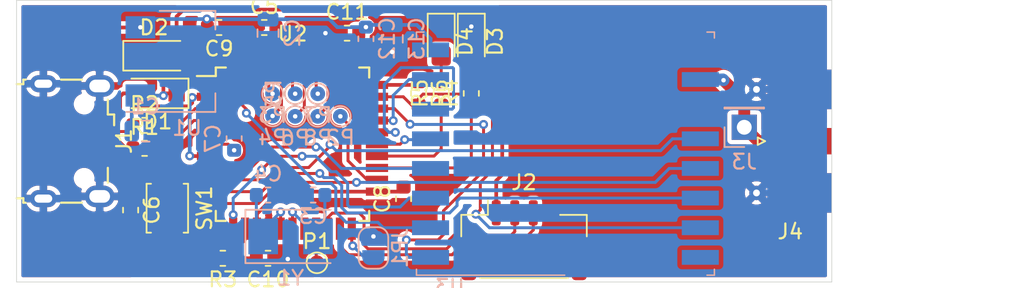
<source format=kicad_pcb>
(kicad_pcb (version 20171130) (host pcbnew "(5.1.5)-3")
  (layers (0 F.Cu signal) (31 B.Cu signal) (34 B.Paste user hide) (35 F.Paste user hide) (36 B.SilkS user hide) (37 F.SilkS user hide) (38 B.Mask user hide) (39 F.Mask user hide) (44 Edge.Cuts user))
  (net 0 "")
  (net 1 VBUS)
  (net 2 GND)
  (net 3 +3V3)
  (net 4 "Net-(C3-Pad2)")
  (net 5 "Net-(C4-Pad2)")
  (net 6 "Net-(C5-Pad2)")
  (net 7 /~RST)
  (net 8 "Net-(C7-Pad2)")
  (net 9 +5V)
  (net 10 "Net-(D3-Pad2)")
  (net 11 /USB_D+)
  (net 12 /USB_D-)
  (net 13 /UART1_TX)
  (net 14 /UART1_RX)
  (net 15 /SLAVE)
  (net 16 "Net-(P1-Pad1)")
  (net 17 "Net-(P2-Pad1)")
  (net 18 "Net-(P3-Pad1)")
  (net 19 "Net-(P4-Pad1)")
  (net 20 "Net-(P5-Pad1)")
  (net 21 "Net-(P6-Pad1)")
  (net 22 "Net-(P7-Pad1)")
  (net 23 "Net-(P8-Pad1)")
  (net 24 /D+)
  (net 25 /D-)
  (net 26 /SS)
  (net 27 /LED_RED)
  (net 28 /LED_GREEN)
  (net 29 /~RFM_RST)
  (net 30 /MISO)
  (net 31 /MOSI)
  (net 32 /SCK)
  (net 33 /ANT)
  (net 34 /DIO3)
  (net 35 /DIO4)
  (net 36 /DIO5)
  (net 37 /DIO2)
  (net 38 /DIO1)
  (net 39 "Net-(D4-Pad2)")
  (net 40 /Vsup)
  (net 41 /DIO0)
  (module TestPoint:TestPoint_Pad_D1.0mm (layer B.Cu) (at 96.32 50.824)
    (fp_text reference P8 (at 0 1.448) (layer B.SilkS) (effects (justify mirror)))
    (fp_text value ICT-Point)
    (pad 1 smd circle (at 0 0) (size 1 1) (layers B.Cu B.Mask) (net 23 "Net-(P8-Pad1)"))
  )
  (module TestPoint:TestPoint_Pad_D1.0mm (layer B.Cu) (at 96.32 49.3)
    (fp_text reference P7 (at 0 1.448) (layer B.SilkS) (effects (justify mirror)))
    (fp_text value ICT-Point)
    (pad 1 smd circle (at 0 0) (size 1 1) (layers B.Cu B.Mask) (net 22 "Net-(P7-Pad1)"))
  )
  (module TestPoint:TestPoint_Pad_D1.0mm (layer B.Cu) (at 94.796 50.824)
    (fp_text reference P6 (at 0 1.448) (layer B.SilkS) (effects (justify mirror)))
    (fp_text value ICT-Point)
    (pad 1 smd circle (at 0 0) (size 1 1) (layers B.Cu B.Mask) (net 21 "Net-(P6-Pad1)"))
  )
  (module TestPoint:TestPoint_Pad_D1.0mm (layer B.Cu) (at 94.796 49.3 270)
    (fp_text reference P5 (at 0 1.448 90) (layer B.SilkS) (effects (justify mirror)))
    (fp_text value ICT-Point)
    (pad 1 smd circle (at 0 0 270) (size 1 1) (layers B.Cu B.Mask) (net 20 "Net-(P5-Pad1)"))
  )
  (module TestPoint:TestPoint_Pad_D1.0mm (layer B.Cu) (at 93.272 50.8)
    (fp_text reference P4 (at 0 1.448) (layer B.SilkS) (effects (justify mirror)))
    (fp_text value ICT-Point)
    (pad 1 smd circle (at 0 0) (size 1 1) (layers B.Cu B.Mask) (net 19 "Net-(P4-Pad1)"))
  )
  (module TestPoint:TestPoint_Pad_D1.0mm (layer B.Cu) (at 93.272 49.3)
    (fp_text reference P3 (at 0 1.448) (layer B.SilkS) (effects (justify mirror)))
    (fp_text value ICT-Point)
    (pad 1 smd circle (at 0 0) (size 1 1) (layers B.Cu B.Mask) (net 18 "Net-(P3-Pad1)"))
  )
  (module TestPoint:TestPoint_Pad_D1.0mm (layer B.Cu) (at 97.844 50.824)
    (fp_text reference P2 (at 0 1.448) (layer B.SilkS) (effects (justify mirror)))
    (fp_text value ICT-Point)
    (pad 1 smd circle (at 0 0) (size 1 1) (layers B.Cu B.Mask) (net 17 "Net-(P2-Pad1)"))
  )
  (module TestPoint:TestPoint_Pad_D1.0mm (layer F.Cu) (at 96.266 60.706)
    (fp_text reference P1 (at 0 -1.448) (layer F.SilkS))
    (fp_text value ICT-Point)
    (pad 1 smd circle (at 0 0) (size 1 1) (layers F.Cu F.Mask) (net 16 "Net-(P1-Pad1)"))
  )
  (module Connector_USB:USB_Micro-B_Wuerth_629105150521 (layer F.Cu) (at 79.756 52.5 270)
    (fp_text reference J1 (at 0 -3.5 90) (layer F.SilkS))
    (fp_text value USB_A)
    (pad "" np_thru_hole oval (at 2.5 -0.8 270) (size 0.8 0.8) (drill 0.8) (layers *.Cu *.Mask))
    (pad "" np_thru_hole oval (at -2.5 -0.8 270) (size 0.8 0.8) (drill 0.8) (layers *.Cu *.Mask))
    (pad 6 thru_hole oval (at 3.875 1.95 270) (size 1.15 1.8) (drill oval 0.55 1.2) (layers *.Cu *.Mask) (net 2 GND))
    (pad 6 thru_hole oval (at -3.875 1.95 270) (size 1.15 1.8) (drill oval 0.55 1.2) (layers *.Cu *.Mask) (net 2 GND))
    (pad 6 thru_hole oval (at 3.725 -1.85 270) (size 1.45 2) (drill oval 0.85 1.4) (layers *.Cu *.Mask) (net 2 GND))
    (pad 6 thru_hole oval (at -3.725 -1.85 270) (size 1.45 2) (drill oval 0.85 1.4) (layers *.Cu *.Mask) (net 2 GND))
    (pad 5 smd rect (at 1.3 -1.9 270) (size 0.45 1.3) (layers F.Cu F.Paste F.Mask) (net 2 GND))
    (pad 4 smd rect (at 0.65 -1.9 270) (size 0.45 1.3) (layers F.Cu F.Paste F.Mask))
    (pad 3 smd rect (at 0 -1.9 270) (size 0.45 1.3) (layers F.Cu F.Paste F.Mask) (net 11 /USB_D+))
    (pad 2 smd rect (at -0.65 -1.9 270) (size 0.45 1.3) (layers F.Cu F.Paste F.Mask) (net 12 /USB_D-))
    (pad 1 smd rect (at -1.3 -1.9 270) (size 0.45 1.3) (layers F.Cu F.Paste F.Mask) (net 1 VBUS))
  )
  (module Connector_JST:JST_GH_SM04B-GHS-TB_1x04-1MP_P1.25mm_Horizontal (layer F.Cu) (at 110.236 59.182)
    (fp_text reference J2 (at 0 -3.9) (layer F.SilkS))
    (fp_text value USART)
    (pad MP smd roundrect (at 3.725 1.35) (size 1 2.7) (layers F.Cu F.Paste F.Mask) (net 2 GND))
    (pad MP smd roundrect (at -3.725 1.35) (size 1 2.7) (layers F.Cu F.Paste F.Mask) (net 2 GND))
    (pad 4 smd roundrect (at 1.875 -1.85) (size 0.6 1.7) (layers F.Cu F.Paste F.Mask) (net 2 GND))
    (pad 3 smd roundrect (at 0.625 -1.85) (size 0.6 1.7) (layers F.Cu F.Paste F.Mask) (net 13 /UART1_TX))
    (pad 2 smd roundrect (at -0.625 -1.85) (size 0.6 1.7) (layers F.Cu F.Paste F.Mask) (net 14 /UART1_RX))
    (pad 1 smd roundrect (at -1.875 -1.85) (size 0.6 1.7) (layers F.Cu F.Paste F.Mask) (net 9 +5V))
  )
  (module Crystal:Crystal_SMD_5032-2Pin_5.0x3.2mm (layer B.Cu) (at 94.488 58.928)
    (fp_text reference Y1 (at 0 2.8) (layer B.SilkS) (effects (justify mirror)))
    (fp_text value 8MHz)
    (pad 2 smd rect (at 1.85 0) (size 2 2.4) (layers B.Cu B.Paste B.Mask) (net 4 "Net-(C3-Pad2)"))
    (pad 1 smd rect (at -1.85 0) (size 2 2.4) (layers B.Cu B.Paste B.Mask) (net 5 "Net-(C4-Pad2)"))
  )
  (module Diode_SMD:D_SOD-123F (layer F.Cu) (at 85.398 49.276 180)
    (fp_text reference D1 (at -0.127 -1.905) (layer F.SilkS))
    (fp_text value SOT123)
    (pad 2 smd rect (at 1.4 0 180) (size 1.1 1.1) (layers F.Cu F.Paste F.Mask) (net 1 VBUS))
    (pad 1 smd rect (at -1.4 0 180) (size 1.1 1.1) (layers F.Cu F.Paste F.Mask) (net 40 /Vsup))
  )
  (module Capacitor_SMD:C_0603_1608Metric (layer F.Cu) (at 98.298 45.212)
    (fp_text reference C11 (at 0 -1.43) (layer F.SilkS))
    (fp_text value 100n)
    (pad 2 smd roundrect (at 0.7875 0) (size 0.875 0.95) (layers F.Cu F.Paste F.Mask) (net 3 +3V3))
    (pad 1 smd roundrect (at -0.7875 0) (size 0.875 0.95) (layers F.Cu F.Paste F.Mask) (net 2 GND))
  )
  (module Capacitor_SMD:C_0603_1608Metric (layer F.Cu) (at 102.108 56.388 90)
    (fp_text reference C8 (at 0 -1.43 90) (layer F.SilkS))
    (fp_text value 100n)
    (pad 2 smd roundrect (at 0.7875 0 90) (size 0.875 0.95) (layers F.Cu F.Paste F.Mask) (net 3 +3V3))
    (pad 1 smd roundrect (at -0.7875 0 90) (size 0.875 0.95) (layers F.Cu F.Paste F.Mask) (net 2 GND))
  )
  (module Capacitor_SMD:C_0805_2012Metric (layer B.Cu) (at 101.346 45.593 90)
    (fp_text reference C13 (at 0 1.65 90) (layer B.SilkS) (effects (justify mirror)))
    (fp_text value 1u)
    (pad 2 smd roundrect (at 0.9375 0 90) (size 0.975 1.4) (layers B.Cu B.Paste B.Mask) (net 3 +3V3))
    (pad 1 smd roundrect (at -0.9375 0 90) (size 0.975 1.4) (layers B.Cu B.Paste B.Mask) (net 2 GND))
  )
  (module Jumper:SolderJumper-2_P1.3mm_Open_RoundedPad1.0x1.5mm (layer B.Cu) (at 100.076 59.705 90)
    (fp_text reference JP1 (at 0 1.8 90) (layer B.SilkS) (effects (justify mirror)))
    (fp_text value Slave)
    (pad 2 smd custom (at 0.65 0 90) (size 1 0.5) (layers B.Cu B.Mask) (net 2 GND) (options (clearance outline) (anchor rect)) (primitives (gr_circle (center 0 -0.25) (end 0.5 -0.25) (width 0)) (gr_circle (center 0 0.25) (end 0.5 0.25) (width 0)) (gr_poly (pts (xy 0 0.75) (xy -0.5 0.75) (xy -0.5 -0.75) (xy 0 -0.75)) (width 0))))
    (pad 1 smd custom (at -0.65 0 90) (size 1 0.5) (layers B.Cu B.Mask) (net 15 /SLAVE) (options (clearance outline) (anchor rect)) (primitives (gr_circle (center 0 -0.25) (end 0.5 -0.25) (width 0)) (gr_circle (center 0 0.25) (end 0.5 0.25) (width 0)) (gr_poly (pts (xy 0 0.75) (xy 0.5 0.75) (xy 0.5 -0.75) (xy 0 -0.75)) (width 0))))
  )
  (module RF_Module:HOPERF_RFM69HW (layer B.Cu) (at 113.03 53.34)
    (fp_text reference U3 (at -7.8 9) (layer B.SilkS) (effects (justify mirror)))
    (fp_text value RFM69HW)
    (pad 1 smd rect (at -9.1 7) (size 2.5 1) (layers B.Cu B.Paste B.Mask) (net 29 /~RFM_RST))
    (pad 2 smd rect (at -9.1 5) (size 2.5 1) (layers B.Cu B.Paste B.Mask) (net 41 /DIO0))
    (pad 3 smd rect (at -9.1 3) (size 2.5 1) (layers B.Cu B.Paste B.Mask) (net 38 /DIO1))
    (pad 4 smd rect (at -9.1 1) (size 2.5 1) (layers B.Cu B.Paste B.Mask) (net 37 /DIO2))
    (pad 5 smd rect (at -9.1 -1) (size 2.5 1) (layers B.Cu B.Paste B.Mask) (net 34 /DIO3))
    (pad 6 smd rect (at -9.1 -3) (size 2.5 1) (layers B.Cu B.Paste B.Mask) (net 35 /DIO4))
    (pad 7 smd rect (at -9.1 -5) (size 2.5 1) (layers B.Cu B.Paste B.Mask) (net 36 /DIO5))
    (pad 8 smd rect (at -9.1 -7) (size 2.5 1) (layers B.Cu B.Paste B.Mask) (net 3 +3V3))
    (pad 9 smd rect (at 9.1 -7) (size 2.5 1) (layers B.Cu B.Paste B.Mask) (net 2 GND))
    (pad 10 smd rect (at 9.1 -5) (size 2.5 1) (layers B.Cu B.Paste B.Mask) (net 33 /ANT))
    (pad 11 smd rect (at 9.1 -3) (size 2.5 1) (layers B.Cu B.Paste B.Mask) (net 2 GND))
    (pad 12 smd rect (at 9.1 -1) (size 2.5 1) (layers B.Cu B.Paste B.Mask) (net 32 /SCK))
    (pad 13 smd rect (at 9.1 1) (size 2.5 1) (layers B.Cu B.Paste B.Mask) (net 30 /MISO))
    (pad 14 smd rect (at 9.1 3) (size 2.5 1) (layers B.Cu B.Paste B.Mask) (net 31 /MOSI))
    (pad 15 smd rect (at 9.1 5) (size 2.5 1) (layers B.Cu B.Paste B.Mask) (net 26 /SS))
    (pad 16 smd rect (at 9.1 7) (size 2.5 1) (layers B.Cu B.Paste B.Mask))
  )
  (module Package_QFP:TQFP-44_10x10mm_P0.8mm (layer F.Cu) (at 94.615 52.705)
    (fp_text reference U2 (at 0 -7.45) (layer F.SilkS))
    (fp_text value ATmega32U4-AU)
    (pad 44 smd rect (at -4 -5.7 90) (size 1.5 0.55) (layers F.Cu F.Paste F.Mask) (net 3 +3V3))
    (pad 43 smd rect (at -3.2 -5.7 90) (size 1.5 0.55) (layers F.Cu F.Paste F.Mask) (net 2 GND))
    (pad 42 smd rect (at -2.4 -5.7 90) (size 1.5 0.55) (layers F.Cu F.Paste F.Mask) (net 6 "Net-(C5-Pad2)"))
    (pad 41 smd rect (at -1.6 -5.7 90) (size 1.5 0.55) (layers F.Cu F.Paste F.Mask) (net 18 "Net-(P3-Pad1)"))
    (pad 40 smd rect (at -0.8 -5.7 90) (size 1.5 0.55) (layers F.Cu F.Paste F.Mask) (net 19 "Net-(P4-Pad1)"))
    (pad 39 smd rect (at 0 -5.7 90) (size 1.5 0.55) (layers F.Cu F.Paste F.Mask) (net 20 "Net-(P5-Pad1)"))
    (pad 38 smd rect (at 0.8 -5.7 90) (size 1.5 0.55) (layers F.Cu F.Paste F.Mask) (net 21 "Net-(P6-Pad1)"))
    (pad 37 smd rect (at 1.6 -5.7 90) (size 1.5 0.55) (layers F.Cu F.Paste F.Mask) (net 22 "Net-(P7-Pad1)"))
    (pad 36 smd rect (at 2.4 -5.7 90) (size 1.5 0.55) (layers F.Cu F.Paste F.Mask) (net 23 "Net-(P8-Pad1)"))
    (pad 35 smd rect (at 3.2 -5.7 90) (size 1.5 0.55) (layers F.Cu F.Paste F.Mask) (net 2 GND))
    (pad 34 smd rect (at 4 -5.7 90) (size 1.5 0.55) (layers F.Cu F.Paste F.Mask) (net 3 +3V3))
    (pad 33 smd rect (at 5.7 -4) (size 1.5 0.55) (layers F.Cu F.Paste F.Mask) (net 3 +3V3))
    (pad 32 smd rect (at 5.7 -3.2) (size 1.5 0.55) (layers F.Cu F.Paste F.Mask) (net 26 /SS))
    (pad 31 smd rect (at 5.7 -2.4) (size 1.5 0.55) (layers F.Cu F.Paste F.Mask) (net 29 /~RFM_RST))
    (pad 30 smd rect (at 5.7 -1.6) (size 1.5 0.55) (layers F.Cu F.Paste F.Mask) (net 36 /DIO5))
    (pad 29 smd rect (at 5.7 -0.8) (size 1.5 0.55) (layers F.Cu F.Paste F.Mask) (net 35 /DIO4))
    (pad 28 smd rect (at 5.7 0) (size 1.5 0.55) (layers F.Cu F.Paste F.Mask) (net 34 /DIO3))
    (pad 27 smd rect (at 5.7 0.8) (size 1.5 0.55) (layers F.Cu F.Paste F.Mask) (net 28 /LED_GREEN))
    (pad 26 smd rect (at 5.7 1.6) (size 1.5 0.55) (layers F.Cu F.Paste F.Mask) (net 27 /LED_RED))
    (pad 25 smd rect (at 5.7 2.4) (size 1.5 0.55) (layers F.Cu F.Paste F.Mask) (net 17 "Net-(P2-Pad1)"))
    (pad 24 smd rect (at 5.7 3.2) (size 1.5 0.55) (layers F.Cu F.Paste F.Mask) (net 3 +3V3))
    (pad 23 smd rect (at 5.7 4) (size 1.5 0.55) (layers F.Cu F.Paste F.Mask) (net 2 GND))
    (pad 22 smd rect (at 4 5.7 90) (size 1.5 0.55) (layers F.Cu F.Paste F.Mask) (net 15 /SLAVE))
    (pad 21 smd rect (at 3.2 5.7 90) (size 1.5 0.55) (layers F.Cu F.Paste F.Mask) (net 13 /UART1_TX))
    (pad 20 smd rect (at 2.4 5.7 90) (size 1.5 0.55) (layers F.Cu F.Paste F.Mask) (net 14 /UART1_RX))
    (pad 19 smd rect (at 1.6 5.7 90) (size 1.5 0.55) (layers F.Cu F.Paste F.Mask) (net 16 "Net-(P1-Pad1)"))
    (pad 18 smd rect (at 0.8 5.7 90) (size 1.5 0.55) (layers F.Cu F.Paste F.Mask))
    (pad 17 smd rect (at 0 5.7 90) (size 1.5 0.55) (layers F.Cu F.Paste F.Mask) (net 4 "Net-(C3-Pad2)"))
    (pad 16 smd rect (at -0.8 5.7 90) (size 1.5 0.55) (layers F.Cu F.Paste F.Mask) (net 5 "Net-(C4-Pad2)"))
    (pad 15 smd rect (at -1.6 5.7 90) (size 1.5 0.55) (layers F.Cu F.Paste F.Mask) (net 2 GND))
    (pad 14 smd rect (at -2.4 5.7 90) (size 1.5 0.55) (layers F.Cu F.Paste F.Mask) (net 3 +3V3))
    (pad 13 smd rect (at -3.2 5.7 90) (size 1.5 0.55) (layers F.Cu F.Paste F.Mask) (net 7 /~RST))
    (pad 12 smd rect (at -4 5.7 90) (size 1.5 0.55) (layers F.Cu F.Paste F.Mask) (net 38 /DIO1))
    (pad 11 smd rect (at -5.7 4) (size 1.5 0.55) (layers F.Cu F.Paste F.Mask) (net 30 /MISO))
    (pad 10 smd rect (at -5.7 3.2) (size 1.5 0.55) (layers F.Cu F.Paste F.Mask) (net 31 /MOSI))
    (pad 9 smd rect (at -5.7 2.4) (size 1.5 0.55) (layers F.Cu F.Paste F.Mask) (net 32 /SCK))
    (pad 8 smd rect (at -5.7 1.6) (size 1.5 0.55) (layers F.Cu F.Paste F.Mask) (net 37 /DIO2))
    (pad 7 smd rect (at -5.7 0.8) (size 1.5 0.55) (layers F.Cu F.Paste F.Mask) (net 1 VBUS))
    (pad 6 smd rect (at -5.7 0) (size 1.5 0.55) (layers F.Cu F.Paste F.Mask) (net 8 "Net-(C7-Pad2)"))
    (pad 5 smd rect (at -5.7 -0.8) (size 1.5 0.55) (layers F.Cu F.Paste F.Mask) (net 2 GND))
    (pad 4 smd rect (at -5.7 -1.6) (size 1.5 0.55) (layers F.Cu F.Paste F.Mask) (net 24 /D+))
    (pad 3 smd rect (at -5.7 -2.4) (size 1.5 0.55) (layers F.Cu F.Paste F.Mask) (net 25 /D-))
    (pad 2 smd rect (at -5.7 -3.2) (size 1.5 0.55) (layers F.Cu F.Paste F.Mask) (net 1 VBUS))
    (pad 1 smd rect (at -5.7 -4) (size 1.5 0.55) (layers F.Cu F.Paste F.Mask) (net 41 /DIO0))
  )
  (module Package_TO_SOT_SMD:SOT-223-3_TabPin2 (layer B.Cu) (at 87.503 47.117)
    (fp_text reference U1 (at 0 4.5) (layer B.SilkS) (effects (justify mirror)))
    (fp_text value MCP1825S)
    (pad 1 smd rect (at -3.15 2.3) (size 2 1.5) (layers B.Cu B.Paste B.Mask) (net 40 /Vsup))
    (pad 3 smd rect (at -3.15 -2.3) (size 2 1.5) (layers B.Cu B.Paste B.Mask) (net 3 +3V3))
    (pad 2 smd rect (at -3.15 0) (size 2 1.5) (layers B.Cu B.Paste B.Mask) (net 2 GND))
    (pad 2 smd rect (at 3.15 0) (size 2 3.8) (layers B.Cu B.Paste B.Mask) (net 2 GND))
  )
  (module Button_Switch_SMD:SW_SPST_B3U-1000P (layer F.Cu) (at 86.1695 57.023 270)
    (fp_text reference SW1 (at 0 -2.5 90) (layer F.SilkS))
    (fp_text value reset)
    (pad 2 smd rect (at 1.7 0 270) (size 0.9 1.7) (layers F.Cu F.Paste F.Mask) (net 7 /~RST))
    (pad 1 smd rect (at -1.7 0 270) (size 0.9 1.7) (layers F.Cu F.Paste F.Mask) (net 2 GND))
  )
  (module Resistor_SMD:R_0603_1608Metric (layer F.Cu) (at 104.648 49.276 90)
    (fp_text reference R5 (at 0 -1.43 90) (layer F.SilkS))
    (fp_text value 10k)
    (pad 2 smd roundrect (at 0.7875 0 90) (size 0.875 0.95) (layers F.Cu F.Paste F.Mask) (net 39 "Net-(D4-Pad2)"))
    (pad 1 smd roundrect (at -0.7875 0 90) (size 0.875 0.95) (layers F.Cu F.Paste F.Mask) (net 28 /LED_GREEN))
  )
  (module Resistor_SMD:R_0603_1608Metric (layer F.Cu) (at 106.68 49.276 90)
    (fp_text reference R4 (at 0 -1.43 90) (layer F.SilkS))
    (fp_text value 10k)
    (pad 2 smd roundrect (at 0.7875 0 90) (size 0.875 0.95) (layers F.Cu F.Paste F.Mask) (net 10 "Net-(D3-Pad2)"))
    (pad 1 smd roundrect (at -0.7875 0 90) (size 0.875 0.95) (layers F.Cu F.Paste F.Mask) (net 27 /LED_RED))
  )
  (module Resistor_SMD:R_0603_1608Metric (layer F.Cu) (at 103.124 49.276 270)
    (fp_text reference R6 (at 0 -1.43 90) (layer F.SilkS))
    (fp_text value 10k)
    (pad 2 smd roundrect (at 0.7875 0 270) (size 0.875 0.95) (layers F.Cu F.Paste F.Mask) (net 26 /SS))
    (pad 1 smd roundrect (at -0.7875 0 270) (size 0.875 0.95) (layers F.Cu F.Paste F.Mask) (net 3 +3V3))
  )
  (module Resistor_SMD:R_0603_1608Metric (layer F.Cu) (at 89.916 60.4012 180)
    (fp_text reference R3 (at 0 -1.43) (layer F.SilkS))
    (fp_text value 10k)
    (pad 2 smd roundrect (at 0.7875 0 180) (size 0.875 0.95) (layers F.Cu F.Paste F.Mask) (net 7 /~RST))
    (pad 1 smd roundrect (at -0.7875 0 180) (size 0.875 0.95) (layers F.Cu F.Paste F.Mask) (net 3 +3V3))
  )
  (module Resistor_SMD:R_0603_1608Metric (layer F.Cu) (at 84.636 51.435)
    (fp_text reference R2 (at 0 -1.43) (layer F.SilkS))
    (fp_text value 22R)
    (pad 2 smd roundrect (at 0.7875 0) (size 0.875 0.95) (layers F.Cu F.Paste F.Mask) (net 25 /D-))
    (pad 1 smd roundrect (at -0.7875 0) (size 0.875 0.95) (layers F.Cu F.Paste F.Mask) (net 12 /USB_D-))
  )
  (module Resistor_SMD:R_0603_1608Metric (layer F.Cu) (at 84.636 52.983)
    (fp_text reference R1 (at 0 -1.43) (layer F.SilkS))
    (fp_text value 22R)
    (pad 2 smd roundrect (at 0.7875 0) (size 0.875 0.95) (layers F.Cu F.Paste F.Mask) (net 24 /D+))
    (pad 1 smd roundrect (at -0.7875 0) (size 0.875 0.95) (layers F.Cu F.Paste F.Mask) (net 11 /USB_D+))
  )
  (module Connector_PinHeader_2.54mm:PinHeader_1x01_P2.54mm_Vertical (layer B.Cu) (at 125.095 51.562)
    (fp_text reference J3 (at 0 2.33) (layer B.SilkS) (effects (justify mirror)))
    (fp_text value ANT)
    (pad 1 thru_hole rect (at 0 0) (size 1.7 1.7) (drill 1) (layers *.Cu *.Mask) (net 33 /ANT))
  )
  (module Connector_Coaxial:SMA_Molex_73251-2120_EdgeMount_Horizontal (layer F.Cu) (at 128.905 52.5)
    (fp_text reference J4 (at -0.705 6.1) (layer F.SilkS))
    (fp_text value ANT)
    (pad 2 smd rect (at -2.54 3.4925) (size 0.89 0.46) (layers B.Cu) (net 2 GND))
    (pad 2 thru_hole circle (at -2.985 3.4925) (size 0.97 0.97) (drill 0.46) (layers *.Cu) (net 2 GND))
    (pad 2 smd rect (at -2.54 3.4925) (size 0.89 0.46) (layers F.Cu) (net 2 GND))
    (pad 2 smd rect (at 0 -3.4925) (size 4.19 2.665) (layers B.Cu B.Paste B.Mask) (net 2 GND))
    (pad 2 smd rect (at 0 -3.4925) (size 4.19 2.665) (layers F.Cu F.Paste F.Mask) (net 2 GND))
    (pad 2 smd rect (at 0 3.4925) (size 4.19 2.665) (layers B.Cu B.Paste B.Mask) (net 2 GND))
    (pad 1 smd rect (at 0 0) (size 4.19 1.78) (layers F.Cu F.Paste F.Mask) (net 33 /ANT))
    (pad 2 smd rect (at 0 3.4925) (size 4.19 2.665) (layers F.Cu F.Paste F.Mask) (net 2 GND))
    (pad 2 thru_hole circle (at -2.985 -3.4925) (size 0.97 0.97) (drill 0.46) (layers *.Cu) (net 2 GND))
    (pad 2 smd rect (at -2.54 -3.4925) (size 0.89 0.46) (layers F.Cu) (net 2 GND))
    (pad 2 smd rect (at -2.54 -3.4925) (size 0.89 0.46) (layers B.Cu) (net 2 GND))
  )
  (module LED_SMD:LED_0805_2012Metric_Castellated (layer F.Cu) (at 104.648 45.7835 270)
    (fp_text reference D4 (at 0 -1.6 90) (layer F.SilkS))
    (fp_text value red)
    (pad 2 smd roundrect (at 0.9625 0 270) (size 1.325 1.3) (layers F.Cu F.Paste F.Mask) (roundrect_rratio 0.192308) (net 39 "Net-(D4-Pad2)"))
    (pad 1 smd roundrect (at -0.9625 0 270) (size 1.325 1.3) (layers F.Cu F.Paste F.Mask) (roundrect_rratio 0.192308) (net 2 GND))
  )
  (module LED_SMD:LED_0805_2012Metric_Castellated (layer F.Cu) (at 106.68 45.7835 270)
    (fp_text reference D3 (at 0 -1.6 90) (layer F.SilkS))
    (fp_text value green)
    (pad 2 smd roundrect (at 0.9625 0 270) (size 1.325 1.3) (layers F.Cu F.Paste F.Mask) (roundrect_rratio 0.192308) (net 10 "Net-(D3-Pad2)"))
    (pad 1 smd roundrect (at -0.9625 0 270) (size 1.325 1.3) (layers F.Cu F.Paste F.Mask) (roundrect_rratio 0.192308) (net 2 GND))
  )
  (module Diode_SMD:D_SOD-123F (layer F.Cu) (at 85.398 46.736)
    (fp_text reference D2 (at -0.127 -1.905) (layer F.SilkS))
    (fp_text value SOT123)
    (pad 2 smd rect (at 1.4 0) (size 1.1 1.1) (layers F.Cu F.Paste F.Mask) (net 9 +5V))
    (pad 1 smd rect (at -1.4 0) (size 1.1 1.1) (layers F.Cu F.Paste F.Mask) (net 40 /Vsup))
  )
  (module Capacitor_SMD:C_0603_1608Metric (layer B.Cu) (at 99.568 45.593 90)
    (fp_text reference C12 (at 0 1.43 90) (layer B.SilkS) (effects (justify mirror)))
    (fp_text value 100n)
    (pad 2 smd roundrect (at 0.7875 0 90) (size 0.875 0.95) (layers B.Cu B.Paste B.Mask) (net 3 +3V3))
    (pad 1 smd roundrect (at -0.7875 0 90) (size 0.875 0.95) (layers B.Cu B.Paste B.Mask) (net 2 GND))
  )
  (module Capacitor_SMD:C_0603_1608Metric (layer F.Cu) (at 92.964 60.4012 180)
    (fp_text reference C10 (at 0 -1.43) (layer F.SilkS))
    (fp_text value 100n)
    (pad 2 smd roundrect (at 0.7875 0 180) (size 0.875 0.95) (layers F.Cu F.Paste F.Mask) (net 3 +3V3))
    (pad 1 smd roundrect (at -0.7875 0 180) (size 0.875 0.95) (layers F.Cu F.Paste F.Mask) (net 2 GND))
  )
  (module Capacitor_SMD:C_0603_1608Metric (layer F.Cu) (at 89.662 44.831 180)
    (fp_text reference C9 (at 0 -1.43) (layer F.SilkS))
    (fp_text value 100n)
    (pad 2 smd roundrect (at 0.7875 0 180) (size 0.875 0.95) (layers F.Cu F.Paste F.Mask) (net 3 +3V3))
    (pad 1 smd roundrect (at -0.7875 0 180) (size 0.875 0.95) (layers F.Cu F.Paste F.Mask) (net 2 GND))
  )
  (module Capacitor_SMD:C_0603_1608Metric (layer B.Cu) (at 90.678 52.324 270)
    (fp_text reference C7 (at 0 1.43 270) (layer B.SilkS) (effects (justify mirror)))
    (fp_text value 1u)
    (pad 2 smd roundrect (at 0.7875 0 270) (size 0.875 0.95) (layers B.Cu B.Paste B.Mask) (net 8 "Net-(C7-Pad2)"))
    (pad 1 smd roundrect (at -0.7875 0 270) (size 0.875 0.95) (layers B.Cu B.Paste B.Mask) (net 2 GND))
  )
  (module Capacitor_SMD:C_0603_1608Metric (layer F.Cu) (at 83.693 57.15 270)
    (fp_text reference C6 (at 0 -1.43 90) (layer F.SilkS))
    (fp_text value 100n)
    (pad 2 smd roundrect (at 0.7875 0 270) (size 0.875 0.95) (layers F.Cu F.Paste F.Mask) (net 7 /~RST))
    (pad 1 smd roundrect (at -0.7875 0 270) (size 0.875 0.95) (layers F.Cu F.Paste F.Mask) (net 2 GND))
  )
  (module Capacitor_SMD:C_0603_1608Metric (layer F.Cu) (at 92.71 44.831)
    (fp_text reference C5 (at 0 -1.43) (layer F.SilkS))
    (fp_text value 100n)
    (pad 2 smd roundrect (at 0.7875 0) (size 0.875 0.95) (layers F.Cu F.Paste F.Mask) (net 6 "Net-(C5-Pad2)"))
    (pad 1 smd roundrect (at -0.7875 0) (size 0.875 0.95) (layers F.Cu F.Paste F.Mask) (net 2 GND))
  )
  (module Capacitor_SMD:C_0603_1608Metric (layer B.Cu) (at 92.964 56.134 180)
    (fp_text reference C4 (at 0 1.43) (layer B.SilkS) (effects (justify mirror)))
    (fp_text value 22p)
    (pad 2 smd roundrect (at 0.7875 0 180) (size 0.875 0.95) (layers B.Cu B.Paste B.Mask) (net 5 "Net-(C4-Pad2)"))
    (pad 1 smd roundrect (at -0.7875 0 180) (size 0.875 0.95) (layers B.Cu B.Paste B.Mask) (net 2 GND))
  )
  (module Capacitor_SMD:C_0603_1608Metric (layer B.Cu) (at 96.012 56.134)
    (fp_text reference C3 (at 0 1.43) (layer B.SilkS) (effects (justify mirror)))
    (fp_text value 22p)
    (pad 2 smd roundrect (at 0.7875 0) (size 0.875 0.95) (layers B.Cu B.Paste B.Mask) (net 4 "Net-(C3-Pad2)"))
    (pad 1 smd roundrect (at -0.7875 0) (size 0.875 0.95) (layers B.Cu B.Paste B.Mask) (net 2 GND))
  )
  (module Capacitor_SMD:C_0805_2012Metric (layer B.Cu) (at 92.964 45.212 90)
    (fp_text reference C2 (at 0 1.65 90) (layer B.SilkS) (effects (justify mirror)))
    (fp_text value 10u)
    (pad 2 smd roundrect (at 0.9375 0 90) (size 0.975 1.4) (layers B.Cu B.Paste B.Mask) (net 3 +3V3))
    (pad 1 smd roundrect (at -0.9375 0 90) (size 0.975 1.4) (layers B.Cu B.Paste B.Mask) (net 2 GND))
  )
  (module Capacitor_SMD:C_0805_2012Metric (layer B.Cu) (at 84.709 51.816 180)
    (fp_text reference C1 (at 0 1.65) (layer B.SilkS) (effects (justify mirror)))
    (fp_text value 10u)
    (pad 2 smd roundrect (at 0.9375 0 180) (size 0.975 1.4) (layers B.Cu B.Paste B.Mask) (net 40 /Vsup))
    (pad 1 smd roundrect (at -0.9375 0 180) (size 0.975 1.4) (layers B.Cu B.Paste B.Mask) (net 2 GND))
  )
  (gr_line (start 131 43) (end 76 43) (layer Edge.Cuts) (width 0.05))
  (gr_line (start 131 62) (end 131 43) (layer Edge.Cuts) (width 0.05))
  (gr_line (start 76 62) (end 131 62) (layer Edge.Cuts) (width 0.05))
  (gr_line (start 76 43) (end 76 62) (layer Edge.Cuts) (width 0.05))
  (segment (start 88.915 53.505) (end 87.6934 53.505) (width 0.25) (layer F.Cu) (net 1))
  (via (at 87.6808 53.4924) (size 0.6) (drill 0.3) (layers F.Cu B.Cu) (net 1))
  (segment (start 87.6934 53.505) (end 87.6808 53.4924) (width 0.25) (layer F.Cu) (net 1))
  (segment (start 82.556 51.2) (end 82.985 50.771) (width 0.25) (layer F.Cu) (net 1))
  (segment (start 81.656 51.2) (end 82.556 51.2) (width 0.25) (layer F.Cu) (net 1))
  (segment (start 83.198 49.276) (end 83.998 49.276) (width 0.25) (layer F.Cu) (net 1))
  (segment (start 82.985 50.771) (end 82.985 49.489) (width 0.25) (layer F.Cu) (net 1))
  (segment (start 82.985 49.489) (end 83.198 49.276) (width 0.25) (layer F.Cu) (net 1))
  (via (at 87.848002 49.554) (size 0.6) (drill 0.3) (layers F.Cu B.Cu) (net 1))
  (segment (start 87.6808 53.4924) (end 87.6808 49.721202) (width 0.25) (layer B.Cu) (net 1))
  (segment (start 87.6808 49.721202) (end 87.848002 49.554) (width 0.25) (layer B.Cu) (net 1))
  (segment (start 87.897002 49.505) (end 87.848002 49.554) (width 0.25) (layer F.Cu) (net 1))
  (segment (start 88.915 49.505) (end 87.897002 49.505) (width 0.25) (layer F.Cu) (net 1))
  (segment (start 83.998 50.076) (end 83.998 49.276) (width 0.25) (layer F.Cu) (net 1))
  (segment (start 84.073001 50.151001) (end 83.998 50.076) (width 0.25) (layer F.Cu) (net 1))
  (segment (start 87.608001 50.151001) (end 84.073001 50.151001) (width 0.25) (layer F.Cu) (net 1))
  (segment (start 87.848002 49.554) (end 87.848002 49.911) (width 0.25) (layer F.Cu) (net 1))
  (segment (start 87.848002 49.911) (end 87.608001 50.151001) (width 0.25) (layer F.Cu) (net 1))
  (via (at 100.076 58.928) (size 0.6) (drill 0.3) (layers F.Cu B.Cu) (net 2))
  (via (at 101.346 46.482) (size 0.6) (drill 0.3) (layers F.Cu B.Cu) (net 2))
  (via (at 106.68 44.7675) (size 0.6) (drill 0.3) (layers F.Cu B.Cu) (net 2))
  (segment (start 90.4495 44.831) (end 91.9225 44.831) (width 0.2) (layer F.Cu) (net 2))
  (segment (start 90.887 44.831) (end 90.4495 44.831) (width 0.2) (layer F.Cu) (net 2))
  (segment (start 91.415 47.005) (end 91.415 45.359) (width 0.2) (layer F.Cu) (net 2))
  (segment (start 91.415 45.359) (end 90.887 44.831) (width 0.2) (layer F.Cu) (net 2))
  (via (at 96.8375 45.212) (size 0.6) (drill 0.3) (layers F.Cu B.Cu) (net 2))
  (via (at 94.2975 60.452) (size 0.6) (drill 0.3) (layers F.Cu B.Cu) (net 2))
  (segment (start 88.8745 45.306) (end 88.8745 44.831) (width 0.25) (layer F.Cu) (net 3))
  (segment (start 90.615 47.005) (end 90.09 47.005) (width 0.25) (layer F.Cu) (net 3))
  (segment (start 88.8745 45.7895) (end 88.8745 45.306) (width 0.25) (layer F.Cu) (net 3))
  (segment (start 90.09 47.005) (end 88.8745 45.7895) (width 0.25) (layer F.Cu) (net 3))
  (segment (start 84.8955 44.2745) (end 84.353 44.817) (width 0.25) (layer B.Cu) (net 3))
  (segment (start 102.046 44.6555) (end 101.346 44.6555) (width 0.25) (layer B.Cu) (net 3))
  (segment (start 103.93 46.34) (end 103.93 45.59) (width 0.25) (layer B.Cu) (net 3))
  (segment (start 102.9955 44.6555) (end 102.046 44.6555) (width 0.25) (layer B.Cu) (net 3))
  (segment (start 103.93 45.59) (end 102.9955 44.6555) (width 0.25) (layer B.Cu) (net 3))
  (segment (start 99.718 44.6555) (end 99.568 44.8055) (width 0.25) (layer B.Cu) (net 3))
  (segment (start 101.346 44.6555) (end 99.718 44.6555) (width 0.25) (layer B.Cu) (net 3))
  (segment (start 99.568 44.8055) (end 97.6375 44.8055) (width 0.25) (layer B.Cu) (net 3))
  (segment (start 97.1065 44.2745) (end 92.964 44.2745) (width 0.25) (layer B.Cu) (net 3))
  (segment (start 97.6375 44.8055) (end 97.1065 44.2745) (width 0.25) (layer B.Cu) (net 3))
  (via (at 99.568 44.8055) (size 0.6) (drill 0.3) (layers F.Cu B.Cu) (net 3))
  (segment (start 99.0855 45.212) (end 99.1615 45.212) (width 0.25) (layer F.Cu) (net 3))
  (segment (start 99.1615 45.212) (end 99.568 44.8055) (width 0.25) (layer F.Cu) (net 3))
  (segment (start 92.215 60.1595) (end 92.1765 60.198) (width 0.25) (layer F.Cu) (net 3))
  (segment (start 101.8035 55.905) (end 102.108 55.6005) (width 0.25) (layer F.Cu) (net 3))
  (segment (start 100.315 55.905) (end 101.8035 55.905) (width 0.25) (layer F.Cu) (net 3))
  (segment (start 92.215 57.405) (end 92.215 58.405) (width 0.25) (layer F.Cu) (net 3))
  (segment (start 100.315 55.905) (end 93.715 55.905) (width 0.25) (layer F.Cu) (net 3))
  (segment (start 93.715 55.905) (end 92.215 57.405) (width 0.25) (layer F.Cu) (net 3))
  (segment (start 99.0855 46.5345) (end 98.615 47.005) (width 0.25) (layer F.Cu) (net 3))
  (segment (start 99.0855 45.212) (end 99.0855 46.5345) (width 0.25) (layer F.Cu) (net 3))
  (segment (start 100.315 48.18) (end 100.315 48.705) (width 0.25) (layer F.Cu) (net 3))
  (segment (start 98.615 47.005) (end 99.14 47.005) (width 0.25) (layer F.Cu) (net 3))
  (segment (start 99.14 47.005) (end 100.315 48.18) (width 0.25) (layer F.Cu) (net 3))
  (segment (start 92.215 60.3627) (end 92.1765 60.4012) (width 0.25) (layer F.Cu) (net 3))
  (segment (start 92.215 58.405) (end 92.215 60.3627) (width 0.25) (layer F.Cu) (net 3))
  (segment (start 90.7035 60.4012) (end 92.1765 60.4012) (width 0.25) (layer F.Cu) (net 3))
  (segment (start 92.1765 60.8762) (end 92.1765 60.4012) (width 0.25) (layer F.Cu) (net 3))
  (segment (start 91.8387 61.214) (end 92.1765 60.8762) (width 0.25) (layer F.Cu) (net 3))
  (segment (start 82.677 44.831) (end 79.248 48.26) (width 0.25) (layer F.Cu) (net 3))
  (segment (start 79.248 48.26) (end 79.248 56.388) (width 0.25) (layer F.Cu) (net 3))
  (segment (start 79.248 56.388) (end 84.074 61.214) (width 0.25) (layer F.Cu) (net 3))
  (segment (start 84.074 61.214) (end 91.8387 61.214) (width 0.25) (layer F.Cu) (net 3))
  (via (at 84.353 44.817) (size 0.6) (drill 0.3) (layers F.Cu B.Cu) (net 3))
  (segment (start 82.677 44.831) (end 84.339 44.831) (width 0.25) (layer F.Cu) (net 3))
  (segment (start 84.339 44.831) (end 84.353 44.817) (width 0.25) (layer F.Cu) (net 3))
  (segment (start 88.8745 44.831) (end 88.8745 44.2975) (width 0.25) (layer F.Cu) (net 3))
  (via (at 88.8365 44.2595) (size 0.6) (drill 0.3) (layers F.Cu B.Cu) (net 3))
  (segment (start 88.8745 44.2975) (end 88.8365 44.2595) (width 0.25) (layer F.Cu) (net 3))
  (segment (start 88.8515 44.2745) (end 88.8365 44.2595) (width 0.25) (layer B.Cu) (net 3))
  (segment (start 92.964 44.2745) (end 88.8515 44.2745) (width 0.25) (layer B.Cu) (net 3))
  (segment (start 84.9105 44.2595) (end 84.353 44.817) (width 0.25) (layer B.Cu) (net 3))
  (segment (start 88.8365 44.2595) (end 84.9105 44.2595) (width 0.25) (layer B.Cu) (net 3))
  (segment (start 102.9075 48.705) (end 103.124 48.4885) (width 0.25) (layer F.Cu) (net 3))
  (segment (start 100.315 48.705) (end 102.9075 48.705) (width 0.25) (layer F.Cu) (net 3))
  (segment (start 96.7995 58.4665) (end 96.338 58.928) (width 0.2) (layer B.Cu) (net 4))
  (segment (start 96.7995 56.134) (end 96.7995 58.4665) (width 0.2) (layer B.Cu) (net 4))
  (via (at 94.615 57.277) (size 0.6) (drill 0.3) (layers F.Cu B.Cu) (net 4))
  (segment (start 94.615 58.405) (end 94.615 57.277) (width 0.2) (layer F.Cu) (net 4))
  (segment (start 96.266 58.928) (end 96.338 58.928) (width 0.2) (layer B.Cu) (net 4))
  (segment (start 94.615 57.277) (end 96.266 58.928) (width 0.2) (layer B.Cu) (net 4))
  (segment (start 92.1765 58.4665) (end 92.638 58.928) (width 0.2) (layer B.Cu) (net 5))
  (segment (start 92.1765 56.134) (end 92.1765 58.4665) (width 0.2) (layer B.Cu) (net 5))
  (via (at 93.814997 57.277) (size 0.6) (drill 0.3) (layers F.Cu B.Cu) (net 5))
  (segment (start 93.815 58.405) (end 93.815 57.277003) (width 0.2) (layer F.Cu) (net 5))
  (segment (start 93.815 57.277003) (end 93.814997 57.277) (width 0.2) (layer F.Cu) (net 5))
  (segment (start 92.638 58.453997) (end 92.638 58.928) (width 0.2) (layer B.Cu) (net 5))
  (segment (start 93.814997 57.277) (end 92.638 58.453997) (width 0.2) (layer B.Cu) (net 5))
  (segment (start 92.215 46.055) (end 92.215 47.005) (width 0.2) (layer F.Cu) (net 6))
  (segment (start 93.4975 44.831) (end 93.439 44.831) (width 0.2) (layer F.Cu) (net 6))
  (segment (start 93.439 44.831) (end 92.215 46.055) (width 0.2) (layer F.Cu) (net 6))
  (segment (start 89.1285 59.9262) (end 89.1285 60.4012) (width 0.2) (layer F.Cu) (net 7))
  (segment (start 89.42851 59.62619) (end 89.1285 59.9262) (width 0.2) (layer F.Cu) (net 7))
  (segment (start 90.958812 59.62619) (end 89.42851 59.62619) (width 0.2) (layer F.Cu) (net 7))
  (segment (start 91.415 58.405) (end 91.415 59.170002) (width 0.2) (layer F.Cu) (net 7))
  (segment (start 91.415 59.170002) (end 90.958812 59.62619) (width 0.2) (layer F.Cu) (net 7))
  (segment (start 89.1285 60.4012) (end 87.1977 60.4012) (width 0.2) (layer F.Cu) (net 7))
  (segment (start 86.1695 59.373) (end 86.1695 58.723) (width 0.2) (layer F.Cu) (net 7))
  (segment (start 87.1977 60.4012) (end 86.1695 59.373) (width 0.2) (layer F.Cu) (net 7))
  (segment (start 83.693 58.375) (end 83.693 57.9375) (width 0.2) (layer F.Cu) (net 7))
  (segment (start 86.1695 58.723) (end 84.041 58.723) (width 0.2) (layer F.Cu) (net 7))
  (segment (start 84.041 58.723) (end 83.693 58.375) (width 0.2) (layer F.Cu) (net 7))
  (via (at 90.678 53.1115) (size 0.6) (drill 0.3) (layers F.Cu B.Cu) (net 8))
  (segment (start 88.915 52.705) (end 90.2715 52.705) (width 0.2) (layer F.Cu) (net 8))
  (segment (start 90.2715 52.705) (end 90.678 53.1115) (width 0.2) (layer F.Cu) (net 8))
  (segment (start 86.798 44.09) (end 86.798 46.736) (width 0.25) (layer F.Cu) (net 9))
  (segment (start 87.2635 43.6245) (end 86.798 44.09) (width 0.25) (layer F.Cu) (net 9))
  (segment (start 108.361 57.332) (end 108.361 55.166) (width 0.25) (layer F.Cu) (net 9))
  (segment (start 108.361 55.166) (end 108.766 54.761) (width 0.25) (layer F.Cu) (net 9))
  (segment (start 108.766 54.761) (end 108.766 44.347) (width 0.25) (layer F.Cu) (net 9))
  (segment (start 108.766 44.347) (end 108.0435 43.6245) (width 0.25) (layer F.Cu) (net 9))
  (segment (start 108.0435 43.6245) (end 87.2635 43.6245) (width 0.25) (layer F.Cu) (net 9))
  (segment (start 106.68 46.746) (end 106.68 48.4885) (width 0.2) (layer F.Cu) (net 10))
  (segment (start 82.928 52.5) (end 81.656 52.5) (width 0.2) (layer F.Cu) (net 11))
  (segment (start 83.8485 52.983) (end 83.411 52.983) (width 0.2) (layer F.Cu) (net 11))
  (segment (start 83.411 52.983) (end 82.928 52.5) (width 0.2) (layer F.Cu) (net 11))
  (segment (start 83.4335 51.85) (end 83.8485 51.435) (width 0.2) (layer F.Cu) (net 12))
  (segment (start 81.656 51.85) (end 83.4335 51.85) (width 0.2) (layer F.Cu) (net 12))
  (segment (start 110.861 58.4935) (end 110.861 57.332) (width 0.2) (layer F.Cu) (net 13))
  (segment (start 107.5055 59.2455) (end 110.109 59.2455) (width 0.2) (layer F.Cu) (net 13))
  (segment (start 107.14199 58.88199) (end 107.5055 59.2455) (width 0.2) (layer F.Cu) (net 13))
  (segment (start 106.033176 58.88199) (end 107.14199 58.88199) (width 0.2) (layer F.Cu) (net 13))
  (segment (start 97.815 58.405) (end 97.815 59.587002) (width 0.2) (layer F.Cu) (net 13))
  (segment (start 110.109 59.2455) (end 110.861 58.4935) (width 0.2) (layer F.Cu) (net 13))
  (segment (start 105.381499 60.163001) (end 105.71099 59.83351) (width 0.2) (layer F.Cu) (net 13))
  (segment (start 97.815 59.587002) (end 98.390999 60.163001) (width 0.2) (layer F.Cu) (net 13))
  (segment (start 105.71099 59.204176) (end 106.033176 58.88199) (width 0.2) (layer F.Cu) (net 13))
  (segment (start 98.390999 60.163001) (end 105.381499 60.163001) (width 0.2) (layer F.Cu) (net 13))
  (segment (start 105.71099 59.83351) (end 105.71099 59.204176) (width 0.2) (layer F.Cu) (net 13))
  (segment (start 109.611 58.6005) (end 109.611 57.332) (width 0.2) (layer F.Cu) (net 14))
  (segment (start 109.36601 58.84549) (end 109.611 58.6005) (width 0.2) (layer F.Cu) (net 14))
  (segment (start 107.671188 58.84549) (end 109.36601 58.84549) (width 0.2) (layer F.Cu) (net 14))
  (segment (start 107.307679 58.48198) (end 107.671188 58.84549) (width 0.2) (layer F.Cu) (net 14))
  (segment (start 99.441 57.665998) (end 99.441 59.4995) (width 0.2) (layer F.Cu) (net 14))
  (segment (start 97.015 58.405) (end 97.015 57.639998) (width 0.2) (layer F.Cu) (net 14))
  (segment (start 105.20049 59.58201) (end 105.20049 59.148977) (width 0.2) (layer F.Cu) (net 14))
  (segment (start 99.130001 57.354999) (end 99.441 57.665998) (width 0.2) (layer F.Cu) (net 14))
  (segment (start 99.441 59.4995) (end 99.704491 59.762991) (width 0.2) (layer F.Cu) (net 14))
  (segment (start 97.015 57.639998) (end 97.299999 57.354999) (width 0.2) (layer F.Cu) (net 14))
  (segment (start 99.704491 59.762991) (end 105.019509 59.762991) (width 0.2) (layer F.Cu) (net 14))
  (segment (start 105.019509 59.762991) (end 105.20049 59.58201) (width 0.2) (layer F.Cu) (net 14))
  (segment (start 97.299999 57.354999) (end 99.130001 57.354999) (width 0.2) (layer F.Cu) (net 14))
  (segment (start 105.20049 59.148977) (end 105.867487 58.48198) (width 0.2) (layer F.Cu) (net 14))
  (segment (start 105.867487 58.48198) (end 107.307679 58.48198) (width 0.2) (layer F.Cu) (net 14))
  (via (at 98.679 59.563) (size 0.6) (drill 0.3) (layers F.Cu B.Cu) (net 15))
  (segment (start 100.076 60.355) (end 99.471 60.355) (width 0.2) (layer B.Cu) (net 15))
  (segment (start 99.471 60.355) (end 98.679 59.563) (width 0.2) (layer B.Cu) (net 15))
  (segment (start 98.615 59.499) (end 98.679 59.563) (width 0.2) (layer F.Cu) (net 15))
  (segment (start 98.615 58.405) (end 98.615 59.499) (width 0.2) (layer F.Cu) (net 15))
  (segment (start 96.215 60.655) (end 96.266 60.706) (width 0.2) (layer F.Cu) (net 16))
  (segment (start 96.215 58.405) (end 96.215 60.655) (width 0.2) (layer F.Cu) (net 16))
  (segment (start 100.315 55.105) (end 99.647961 55.105) (width 0.2) (layer F.Cu) (net 17))
  (segment (start 99.647961 55.105) (end 98.3615 53.818539) (width 0.2) (layer F.Cu) (net 17))
  (via (at 97.844 50.824) (size 0.6) (drill 0.3) (layers F.Cu B.Cu) (net 17))
  (segment (start 98.3615 53.818539) (end 98.3615 51.3415) (width 0.2) (layer F.Cu) (net 17))
  (segment (start 98.3615 51.3415) (end 97.844 50.824) (width 0.2) (layer F.Cu) (net 17))
  (via (at 93.272 49.3) (size 0.6) (drill 0.3) (layers F.Cu B.Cu) (net 18))
  (segment (start 93.015 47.005) (end 93.015 49.043) (width 0.2) (layer F.Cu) (net 18))
  (segment (start 93.015 49.043) (end 93.272 49.3) (width 0.2) (layer F.Cu) (net 18))
  (segment (start 93.872001 50.199999) (end 93.272 50.8) (width 0.2) (layer F.Cu) (net 19))
  (via (at 93.272 50.8) (size 0.6) (drill 0.3) (layers F.Cu B.Cu) (net 19))
  (segment (start 93.872001 48.012001) (end 93.872001 50.199999) (width 0.2) (layer F.Cu) (net 19))
  (segment (start 93.815 47.005) (end 93.815 47.955) (width 0.2) (layer F.Cu) (net 19))
  (segment (start 93.815 47.955) (end 93.872001 48.012001) (width 0.2) (layer F.Cu) (net 19))
  (segment (start 94.615 47.005) (end 94.615 49.119) (width 0.2) (layer F.Cu) (net 20))
  (via (at 94.796 49.3) (size 0.6) (drill 0.3) (layers F.Cu B.Cu) (net 20))
  (segment (start 94.615 49.119) (end 94.796 49.3) (width 0.2) (layer F.Cu) (net 20))
  (via (at 94.796 50.824) (size 0.6) (drill 0.3) (layers F.Cu B.Cu) (net 21))
  (segment (start 95.415 47.005) (end 95.415 50.205) (width 0.2) (layer F.Cu) (net 21))
  (segment (start 95.415 50.205) (end 94.796 50.824) (width 0.2) (layer F.Cu) (net 21))
  (via (at 96.32 49.3) (size 0.6) (drill 0.3) (layers F.Cu B.Cu) (net 22))
  (segment (start 96.215 47.005) (end 96.215 49.195) (width 0.2) (layer F.Cu) (net 22))
  (segment (start 96.215 49.195) (end 96.32 49.3) (width 0.2) (layer F.Cu) (net 22))
  (via (at 96.32 50.824) (size 0.6) (drill 0.3) (layers F.Cu B.Cu) (net 23))
  (segment (start 97.015 47.005) (end 97.015 50.129) (width 0.2) (layer F.Cu) (net 23))
  (segment (start 97.015 50.129) (end 96.32 50.824) (width 0.2) (layer F.Cu) (net 23))
  (segment (start 85.861 52.983) (end 85.4235 52.983) (width 0.2) (layer F.Cu) (net 24))
  (segment (start 86.087 52.983) (end 85.861 52.983) (width 0.2) (layer F.Cu) (net 24))
  (segment (start 88.915 51.105) (end 87.965 51.105) (width 0.2) (layer F.Cu) (net 24))
  (segment (start 87.965 51.105) (end 86.087 52.983) (width 0.2) (layer F.Cu) (net 24))
  (segment (start 85.133 51.435) (end 85.1155 51.435) (width 0.2) (layer F.Cu) (net 25))
  (segment (start 86.925056 51.435) (end 85.861 51.435) (width 0.2) (layer F.Cu) (net 25))
  (segment (start 88.915 50.305) (end 88.055056 50.305) (width 0.2) (layer F.Cu) (net 25))
  (segment (start 85.861 51.435) (end 85.4235 51.435) (width 0.2) (layer F.Cu) (net 25))
  (segment (start 88.055056 50.305) (end 86.925056 51.435) (width 0.2) (layer F.Cu) (net 25))
  (segment (start 101.265 49.505) (end 100.315 49.505) (width 0.2) (layer F.Cu) (net 26))
  (segment (start 103.124 50.0635) (end 102.649 50.0635) (width 0.2) (layer F.Cu) (net 26))
  (segment (start 102.0905 49.505) (end 101.265 49.505) (width 0.2) (layer F.Cu) (net 26))
  (segment (start 102.649 50.0635) (end 102.0905 49.505) (width 0.2) (layer F.Cu) (net 26))
  (via (at 106.988 57.428) (size 0.6) (drill 0.3) (layers F.Cu B.Cu) (net 26))
  (segment (start 122.13 58.34) (end 107.9 58.34) (width 0.2) (layer B.Cu) (net 26))
  (segment (start 107.9 58.34) (end 106.988 57.428) (width 0.2) (layer B.Cu) (net 26))
  (segment (start 103.124 49.626) (end 103.124 50.0635) (width 0.2) (layer F.Cu) (net 26))
  (segment (start 103.42401 49.32599) (end 103.124 49.626) (width 0.2) (layer F.Cu) (net 26))
  (segment (start 107.287999 57.128001) (end 107.287999 55.277802) (width 0.2) (layer F.Cu) (net 26))
  (segment (start 106.988 57.428) (end 107.287999 57.128001) (width 0.2) (layer F.Cu) (net 26))
  (segment (start 107.15113 49.32599) (end 103.42401 49.32599) (width 0.2) (layer F.Cu) (net 26))
  (segment (start 107.287999 55.277802) (end 108.105501 54.4603) (width 0.2) (layer F.Cu) (net 26))
  (segment (start 108.105501 54.4603) (end 108.105501 50.280361) (width 0.2) (layer F.Cu) (net 26))
  (segment (start 108.105501 50.280361) (end 107.15113 49.32599) (width 0.2) (layer F.Cu) (net 26))
  (segment (start 100.315 54.305) (end 106.1595 54.305) (width 0.2) (layer F.Cu) (net 27))
  (segment (start 106.68 53.7845) (end 106.68 50.0635) (width 0.2) (layer F.Cu) (net 27))
  (segment (start 106.1595 54.305) (end 106.68 53.7845) (width 0.2) (layer F.Cu) (net 27))
  (segment (start 104.648 53.0225) (end 104.648 50.0635) (width 0.2) (layer F.Cu) (net 28))
  (segment (start 100.315 53.505) (end 104.1655 53.505) (width 0.2) (layer F.Cu) (net 28))
  (segment (start 104.1655 53.505) (end 104.648 53.0225) (width 0.2) (layer F.Cu) (net 28))
  (via (at 102.548703 51.357545) (size 0.6) (drill 0.3) (layers F.Cu B.Cu) (net 29))
  (segment (start 100.315 50.305) (end 101.496158 50.305) (width 0.2) (layer F.Cu) (net 29))
  (segment (start 101.496158 50.305) (end 102.548703 51.357545) (width 0.2) (layer F.Cu) (net 29))
  (segment (start 102.298322 60.158322) (end 102.298322 59.162991) (width 0.2) (layer B.Cu) (net 29))
  (via (at 102.298322 59.162991) (size 0.6) (drill 0.3) (layers F.Cu B.Cu) (net 29))
  (segment (start 103.93 60.34) (end 102.48 60.34) (width 0.2) (layer B.Cu) (net 29))
  (segment (start 102.48 60.34) (end 102.298322 60.158322) (width 0.2) (layer B.Cu) (net 29))
  (segment (start 102.298322 59.162991) (end 104.438489 59.162991) (width 0.2) (layer F.Cu) (net 29))
  (segment (start 104.80048 57.199622) (end 105.421603 56.5785) (width 0.2) (layer F.Cu) (net 29))
  (segment (start 104.438489 59.162991) (end 104.80048 58.801) (width 0.2) (layer F.Cu) (net 29))
  (segment (start 104.80048 58.801) (end 104.80048 57.199622) (width 0.2) (layer F.Cu) (net 29))
  (segment (start 105.421603 56.5785) (end 107.5055 54.494603) (width 0.2) (layer F.Cu) (net 29))
  (via (at 107.5055 51.3715) (size 0.6) (drill 0.3) (layers F.Cu B.Cu) (net 29))
  (segment (start 107.5055 54.494603) (end 107.5055 51.3715) (width 0.2) (layer F.Cu) (net 29))
  (segment (start 102.562658 51.3715) (end 102.548703 51.357545) (width 0.2) (layer B.Cu) (net 29))
  (segment (start 107.5055 51.3715) (end 102.562658 51.3715) (width 0.2) (layer B.Cu) (net 29))
  (segment (start 120.031 54.34) (end 122.13 54.34) (width 0.2) (layer B.Cu) (net 30))
  (segment (start 119.091 55.28) (end 120.031 54.34) (width 0.2) (layer B.Cu) (net 30))
  (via (at 98.934804 55.279845) (size 0.6) (drill 0.3) (layers F.Cu B.Cu) (net 30))
  (segment (start 119.091 55.28) (end 98.934959 55.28) (width 0.2) (layer B.Cu) (net 30))
  (segment (start 98.934959 55.28) (end 98.934804 55.279845) (width 0.2) (layer B.Cu) (net 30))
  (segment (start 93.738946 55.28) (end 92.313946 56.705) (width 0.2) (layer F.Cu) (net 30))
  (segment (start 92.313946 56.705) (end 88.915 56.705) (width 0.2) (layer F.Cu) (net 30))
  (segment (start 98.934804 55.279845) (end 98.934649 55.28) (width 0.2) (layer F.Cu) (net 30))
  (segment (start 98.934649 55.28) (end 93.738946 55.28) (width 0.2) (layer F.Cu) (net 30))
  (segment (start 92.548248 55.905) (end 93.773248 54.68) (width 0.2) (layer F.Cu) (net 31))
  (segment (start 88.915 55.905) (end 92.548248 55.905) (width 0.2) (layer F.Cu) (net 31))
  (via (at 96.4565 54.68) (size 0.6) (drill 0.3) (layers F.Cu B.Cu) (net 31))
  (segment (start 96.4565 54.68) (end 93.773248 54.68) (width 0.2) (layer F.Cu) (net 31))
  (segment (start 120.68 56.34) (end 122.13 56.34) (width 0.2) (layer B.Cu) (net 31))
  (segment (start 105.718 56.842002) (end 105.718 56.539) (width 0.2) (layer B.Cu) (net 31))
  (segment (start 105.219502 57.3405) (end 105.718 56.842002) (width 0.2) (layer B.Cu) (net 31))
  (segment (start 98.298 57.3405) (end 105.219502 57.3405) (width 0.2) (layer B.Cu) (net 31))
  (segment (start 96.73548 54.95898) (end 97.398819 54.95898) (width 0.2) (layer B.Cu) (net 31))
  (segment (start 105.718 56.539) (end 105.917 56.34) (width 0.2) (layer B.Cu) (net 31))
  (segment (start 96.4565 54.68) (end 96.73548 54.95898) (width 0.2) (layer B.Cu) (net 31))
  (segment (start 97.93702 56.97952) (end 98.298 57.3405) (width 0.2) (layer B.Cu) (net 31))
  (segment (start 97.398819 54.95898) (end 97.93702 55.497181) (width 0.2) (layer B.Cu) (net 31))
  (segment (start 105.917 56.34) (end 120.68 56.34) (width 0.2) (layer B.Cu) (net 31))
  (segment (start 97.93702 55.497181) (end 97.93702 56.97952) (width 0.2) (layer B.Cu) (net 31))
  (segment (start 88.915 55.105) (end 92.78255 55.105) (width 0.2) (layer F.Cu) (net 32))
  (segment (start 97.146471 52.839531) (end 97.146471 52.726705) (width 0.2) (layer F.Cu) (net 32))
  (via (at 97.146471 52.726705) (size 0.6) (drill 0.3) (layers F.Cu B.Cu) (net 32))
  (segment (start 92.78255 55.105) (end 93.607559 54.27999) (width 0.2) (layer F.Cu) (net 32))
  (segment (start 95.706012 54.27999) (end 97.146471 52.839531) (width 0.2) (layer F.Cu) (net 32))
  (segment (start 93.607559 54.27999) (end 95.706012 54.27999) (width 0.2) (layer F.Cu) (net 32))
  (segment (start 97.559767 53.140001) (end 97.146471 52.726705) (width 0.2) (layer B.Cu) (net 32))
  (segment (start 119.452999 53.140001) (end 97.559767 53.140001) (width 0.2) (layer B.Cu) (net 32))
  (segment (start 122.13 52.34) (end 120.253 52.34) (width 0.2) (layer B.Cu) (net 32))
  (segment (start 120.253 52.34) (end 119.452999 53.140001) (width 0.2) (layer B.Cu) (net 32))
  (segment (start 126.033 52.5) (end 125.095 51.562) (width 0.8) (layer F.Cu) (net 33))
  (segment (start 128.905 52.5) (end 126.033 52.5) (width 0.8) (layer F.Cu) (net 33))
  (via (at 123.698 48.387) (size 0.6) (drill 0.3) (layers F.Cu B.Cu) (net 33))
  (segment (start 125.095 51.562) (end 125.095 49.784) (width 0.8) (layer F.Cu) (net 33))
  (segment (start 125.095 49.784) (end 123.698 48.387) (width 0.8) (layer F.Cu) (net 33))
  (segment (start 123.651 48.34) (end 123.698 48.387) (width 0.8) (layer B.Cu) (net 33))
  (segment (start 122.13 48.34) (end 123.651 48.34) (width 0.8) (layer B.Cu) (net 33))
  (segment (start 100.315 52.705) (end 101.875059 52.705) (width 0.2) (layer F.Cu) (net 34))
  (via (at 102.183329 52.39673) (size 0.6) (drill 0.3) (layers F.Cu B.Cu) (net 34))
  (segment (start 101.875059 52.705) (end 102.183329 52.39673) (width 0.2) (layer F.Cu) (net 34))
  (segment (start 103.87327 52.39673) (end 103.93 52.34) (width 0.2) (layer B.Cu) (net 34))
  (segment (start 102.183329 52.39673) (end 103.87327 52.39673) (width 0.2) (layer B.Cu) (net 34))
  (via (at 101.552608 51.904598) (size 0.6) (drill 0.3) (layers F.Cu B.Cu) (net 35))
  (segment (start 100.315 51.905) (end 101.552206 51.905) (width 0.2) (layer F.Cu) (net 35))
  (segment (start 101.552206 51.905) (end 101.552608 51.904598) (width 0.2) (layer F.Cu) (net 35))
  (segment (start 103.117206 50.34) (end 103.93 50.34) (width 0.2) (layer B.Cu) (net 35))
  (segment (start 105.420001 47.539999) (end 101.939001 47.539999) (width 0.2) (layer B.Cu) (net 35))
  (segment (start 105.480001 47.599999) (end 105.420001 47.539999) (width 0.2) (layer B.Cu) (net 35))
  (segment (start 103.93 50.34) (end 105.38 50.34) (width 0.2) (layer B.Cu) (net 35))
  (segment (start 105.480001 50.239999) (end 105.480001 47.599999) (width 0.2) (layer B.Cu) (net 35))
  (segment (start 105.38 50.34) (end 105.480001 50.239999) (width 0.2) (layer B.Cu) (net 35))
  (segment (start 100.809499 51.585753) (end 101.128344 51.904598) (width 0.2) (layer B.Cu) (net 35))
  (segment (start 101.128344 51.904598) (end 101.552608 51.904598) (width 0.2) (layer B.Cu) (net 35))
  (segment (start 101.939001 47.539999) (end 100.809499 48.669501) (width 0.2) (layer B.Cu) (net 35))
  (segment (start 100.809499 48.669501) (end 100.809499 51.585753) (width 0.2) (layer B.Cu) (net 35))
  (via (at 101.4095 51.1175) (size 0.6) (drill 0.3) (layers F.Cu B.Cu) (net 36))
  (segment (start 100.315 51.105) (end 101.397 51.105) (width 0.2) (layer F.Cu) (net 36))
  (segment (start 101.397 51.105) (end 101.4095 51.1175) (width 0.2) (layer F.Cu) (net 36))
  (segment (start 102.48 48.34) (end 103.93 48.34) (width 0.2) (layer B.Cu) (net 36))
  (segment (start 101.4095 51.1175) (end 101.4095 49.4105) (width 0.2) (layer B.Cu) (net 36))
  (segment (start 101.4095 49.4105) (end 102.48 48.34) (width 0.2) (layer B.Cu) (net 36))
  (segment (start 96.2025 52.8955) (end 93.218 52.8955) (width 0.2) (layer F.Cu) (net 37))
  (segment (start 91.8085 54.305) (end 88.915 54.305) (width 0.2) (layer F.Cu) (net 37))
  (segment (start 93.218 52.8955) (end 91.8085 54.305) (width 0.2) (layer F.Cu) (net 37))
  (via (at 96.2025 52.8955) (size 0.6) (drill 0.3) (layers F.Cu B.Cu) (net 37))
  (segment (start 96.466736 52.8955) (end 96.2025 52.8955) (width 0.2) (layer B.Cu) (net 37))
  (segment (start 103.93 54.34) (end 97.911236 54.34) (width 0.2) (layer B.Cu) (net 37))
  (segment (start 97.911236 54.34) (end 96.466736 52.8955) (width 0.2) (layer B.Cu) (net 37))
  (segment (start 102.48 56.34) (end 101.87951 56.94049) (width 0.2) (layer B.Cu) (net 38))
  (segment (start 103.93 56.34) (end 102.48 56.34) (width 0.2) (layer B.Cu) (net 38))
  (segment (start 98.46949 56.94049) (end 98.33703 56.80803) (width 0.2) (layer B.Cu) (net 38))
  (segment (start 101.87951 56.94049) (end 98.46949 56.94049) (width 0.2) (layer B.Cu) (net 38))
  (segment (start 98.33703 55.331492) (end 97.806037 54.8005) (width 0.2) (layer B.Cu) (net 38))
  (segment (start 98.33703 56.80803) (end 98.33703 55.331492) (width 0.2) (layer B.Cu) (net 38))
  (segment (start 97.806037 54.8005) (end 97.564508 54.55897) (width 0.2) (layer B.Cu) (net 38))
  (segment (start 97.564508 54.55897) (end 97.223472 54.55897) (width 0.2) (layer B.Cu) (net 38))
  (segment (start 97.223472 54.55897) (end 97.056501 54.391999) (width 0.2) (layer B.Cu) (net 38))
  (via (at 95.261515 53.518985) (size 0.6) (drill 0.3) (layers F.Cu B.Cu) (net 38))
  (segment (start 97.056501 54.391999) (end 96.183487 53.518985) (width 0.2) (layer B.Cu) (net 38))
  (segment (start 96.183487 53.518985) (end 95.261515 53.518985) (width 0.2) (layer B.Cu) (net 38))
  (via (at 92.531015 54.431015) (size 0.6) (drill 0.3) (layers F.Cu B.Cu) (net 38))
  (segment (start 95.261515 53.518985) (end 93.443045 53.518985) (width 0.2) (layer F.Cu) (net 38))
  (segment (start 93.443045 53.518985) (end 92.531015 54.431015) (width 0.2) (layer F.Cu) (net 38))
  (via (at 90.6145 57.4675) (size 0.6) (drill 0.3) (layers F.Cu B.Cu) (net 38))
  (segment (start 92.531015 54.431015) (end 90.6145 56.34753) (width 0.2) (layer B.Cu) (net 38))
  (segment (start 90.6145 56.34753) (end 90.6145 57.4675) (width 0.2) (layer B.Cu) (net 38))
  (segment (start 90.6145 58.4045) (end 90.615 58.405) (width 0.2) (layer F.Cu) (net 38))
  (segment (start 90.6145 57.4675) (end 90.6145 58.4045) (width 0.2) (layer F.Cu) (net 38))
  (segment (start 104.648 46.746) (end 104.648 48.4885) (width 0.2) (layer F.Cu) (net 39))
  (via (at 85.906 49.427) (size 0.6) (drill 0.3) (layers F.Cu B.Cu) (net 40))
  (segment (start 86.798 49.276) (end 86.057 49.276) (width 0.25) (layer F.Cu) (net 40))
  (segment (start 86.057 49.276) (end 85.906 49.427) (width 0.25) (layer F.Cu) (net 40))
  (segment (start 84.363 49.427) (end 84.353 49.417) (width 0.25) (layer B.Cu) (net 40))
  (segment (start 85.906 49.427) (end 84.363 49.427) (width 0.25) (layer B.Cu) (net 40))
  (segment (start 83.7715 49.9985) (end 84.353 49.417) (width 0.25) (layer B.Cu) (net 40))
  (segment (start 83.7715 51.816) (end 83.7715 49.9985) (width 0.25) (layer B.Cu) (net 40))
  (segment (start 84.798 46.736) (end 83.998 46.736) (width 0.25) (layer F.Cu) (net 40))
  (segment (start 85.906 49.427) (end 85.906 47.844) (width 0.25) (layer F.Cu) (net 40))
  (segment (start 85.906 47.844) (end 84.798 46.736) (width 0.25) (layer F.Cu) (net 40))
  (segment (start 100.738982 58.34) (end 100.374482 57.9755) (width 0.2) (layer B.Cu) (net 41))
  (segment (start 103.93 58.34) (end 100.738982 58.34) (width 0.2) (layer B.Cu) (net 41))
  (segment (start 100.374482 57.9755) (end 98.2345 57.9755) (width 0.2) (layer B.Cu) (net 41))
  (segment (start 98.2345 57.9755) (end 97.53701 57.27801) (width 0.2) (layer B.Cu) (net 41))
  (segment (start 97.23313 55.35899) (end 96.36587 55.35899) (width 0.2) (layer B.Cu) (net 41))
  (segment (start 97.53701 57.27801) (end 97.53701 55.66287) (width 0.2) (layer B.Cu) (net 41))
  (segment (start 97.53701 55.66287) (end 97.23313 55.35899) (width 0.2) (layer B.Cu) (net 41))
  (via (at 91.5035 50.6095) (size 0.6) (drill 0.3) (layers F.Cu B.Cu) (net 41))
  (segment (start 96.36587 55.35899) (end 96.25299 55.35899) (width 0.2) (layer B.Cu) (net 41))
  (segment (start 96.25299 55.35899) (end 91.5035 50.6095) (width 0.2) (layer B.Cu) (net 41))
  (segment (start 91.5035 50.3435) (end 91.5035 50.6095) (width 0.2) (layer F.Cu) (net 41))
  (segment (start 88.915 48.705) (end 89.865 48.705) (width 0.2) (layer F.Cu) (net 41))
  (segment (start 89.865 48.705) (end 91.5035 50.3435) (width 0.2) (layer F.Cu) (net 41))
  (zone (net 2) (net_name GND) (layer F.Cu) (connect_pads thru_hole_only (clearance 0.3)) (min_thickness 0.2) (fill yes (arc_segments 32) (thermal_gap 0.3) (thermal_bridge_width 0.508))
    (polygon (pts (xy 131 62) (xy 76 62) (xy 76 43) (xy 131 43)))
  )
  (zone (net 2) (net_name GND) (layer B.Cu) (connect_pads thru_hole_only (clearance 0.3)) (min_thickness 0.2) (fill yes (arc_segments 32) (thermal_gap 0.3) (thermal_bridge_width 0.508))
    (polygon (pts (xy 131 62) (xy 76 62) (xy 76 43) (xy 131 43)))
  )
)
</source>
